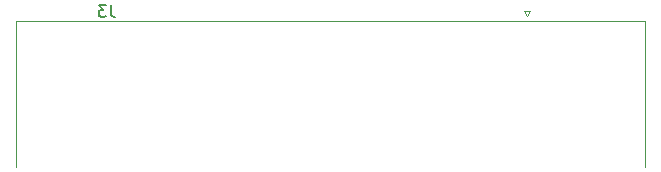
<source format=gbr>
%TF.GenerationSoftware,KiCad,Pcbnew,(2017-11-10 revision d8f4e35)-HEAD*%
%TF.CreationDate,2017-12-06T14:25:09-08:00*%
%TF.ProjectId,floor_pcb,666C6F6F725F7063622E6B696361645F,rev?*%
%TF.SameCoordinates,Original*%
%TF.FileFunction,Legend,Bot*%
%TF.FilePolarity,Positive*%
%FSLAX46Y46*%
G04 Gerber Fmt 4.6, Leading zero omitted, Abs format (unit mm)*
G04 Created by KiCad (PCBNEW (2017-11-10 revision d8f4e35)-HEAD) date Wed Dec  6 14:25:09 2017*
%MOMM*%
%LPD*%
G01*
G04 APERTURE LIST*
%ADD10C,0.120000*%
%ADD11C,0.150000*%
G04 APERTURE END LIST*
D10*
%TO.C,J3*%
X141670000Y-215331176D02*
X141920000Y-214898163D01*
X141420000Y-214898163D02*
X141670000Y-215331176D01*
X141920000Y-214898163D02*
X141420000Y-214898163D01*
X98440000Y-215792501D02*
X98440000Y-228132501D01*
X151660000Y-215792501D02*
X98440000Y-215792501D01*
X151660000Y-228132501D02*
X151660000Y-215792501D01*
D11*
X106403333Y-214404881D02*
X106403333Y-215119167D01*
X106450952Y-215262024D01*
X106546190Y-215357262D01*
X106689047Y-215404881D01*
X106784285Y-215404881D01*
X106022380Y-214404881D02*
X105403333Y-214404881D01*
X105736666Y-214785834D01*
X105593809Y-214785834D01*
X105498571Y-214833453D01*
X105450952Y-214881072D01*
X105403333Y-214976310D01*
X105403333Y-215214405D01*
X105450952Y-215309643D01*
X105498571Y-215357262D01*
X105593809Y-215404881D01*
X105879523Y-215404881D01*
X105974761Y-215357262D01*
X106022380Y-215309643D01*
%TD*%
M02*

</source>
